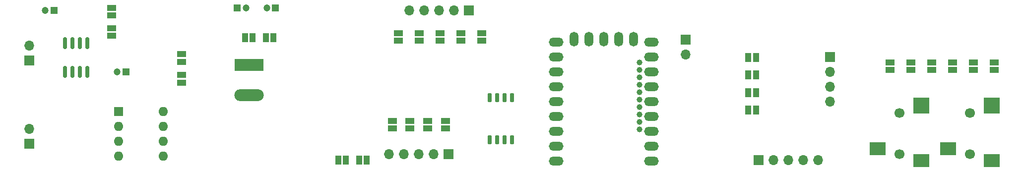
<source format=gbr>
%TF.GenerationSoftware,KiCad,Pcbnew,7.0.9*%
%TF.CreationDate,2023-12-16T00:38:21+01:00*%
%TF.ProjectId,gauge,67617567-652e-46b6-9963-61645f706362,rev?*%
%TF.SameCoordinates,Original*%
%TF.FileFunction,Soldermask,Top*%
%TF.FilePolarity,Negative*%
%FSLAX46Y46*%
G04 Gerber Fmt 4.6, Leading zero omitted, Abs format (unit mm)*
G04 Created by KiCad (PCBNEW 7.0.9) date 2023-12-16 00:38:21*
%MOMM*%
%LPD*%
G01*
G04 APERTURE LIST*
G04 Aperture macros list*
%AMRoundRect*
0 Rectangle with rounded corners*
0 $1 Rounding radius*
0 $2 $3 $4 $5 $6 $7 $8 $9 X,Y pos of 4 corners*
0 Add a 4 corners polygon primitive as box body*
4,1,4,$2,$3,$4,$5,$6,$7,$8,$9,$2,$3,0*
0 Add four circle primitives for the rounded corners*
1,1,$1+$1,$2,$3*
1,1,$1+$1,$4,$5*
1,1,$1+$1,$6,$7*
1,1,$1+$1,$8,$9*
0 Add four rect primitives between the rounded corners*
20,1,$1+$1,$2,$3,$4,$5,0*
20,1,$1+$1,$4,$5,$6,$7,0*
20,1,$1+$1,$6,$7,$8,$9,0*
20,1,$1+$1,$8,$9,$2,$3,0*%
G04 Aperture macros list end*
%ADD10R,1.500000X1.000000*%
%ADD11R,1.000000X1.500000*%
%ADD12C,1.700000*%
%ADD13R,2.800000X2.200000*%
%ADD14R,2.800000X2.800000*%
%ADD15R,1.200000X1.200000*%
%ADD16C,1.200000*%
%ADD17R,1.700000X1.700000*%
%ADD18O,1.700000X1.700000*%
%ADD19O,2.500000X1.500000*%
%ADD20O,1.500000X2.500000*%
%ADD21C,1.000000*%
%ADD22RoundRect,0.150000X0.150000X-0.650000X0.150000X0.650000X-0.150000X0.650000X-0.150000X-0.650000X0*%
%ADD23RoundRect,0.150000X-0.150000X0.825000X-0.150000X-0.825000X0.150000X-0.825000X0.150000X0.825000X0*%
%ADD24R,1.600000X1.600000*%
%ADD25O,1.600000X1.600000*%
%ADD26R,5.020000X2.020000*%
%ADD27O,5.020000X2.020000*%
G04 APERTURE END LIST*
D10*
%TO.C,JP25*%
X104000000Y-112150000D03*
X104000000Y-110850000D03*
%TD*%
%TO.C,JP19*%
X59000000Y-99450000D03*
X59000000Y-100750000D03*
%TD*%
D11*
%TO.C,JP15*%
X155700000Y-106000000D03*
X157000000Y-106000000D03*
%TD*%
D10*
%TO.C,JP13*%
X197650000Y-102150000D03*
X197650000Y-100850000D03*
%TD*%
%TO.C,JP22*%
X95000000Y-112150000D03*
X95000000Y-110850000D03*
%TD*%
%TO.C,JP11*%
X190550000Y-102150000D03*
X190550000Y-100850000D03*
%TD*%
%TO.C,JP3*%
X103100000Y-95850000D03*
X103100000Y-97150000D03*
%TD*%
D12*
%TO.C,J7*%
X181500000Y-116500000D03*
X181500000Y-109500000D03*
D13*
X177800000Y-115600000D03*
X185200000Y-117600000D03*
D14*
X185200000Y-108200000D03*
%TD*%
D10*
%TO.C,JP8*%
X179900000Y-102150000D03*
X179900000Y-100850000D03*
%TD*%
%TO.C,JP24*%
X101000000Y-112150000D03*
X101000000Y-110850000D03*
%TD*%
%TO.C,JP5*%
X96000000Y-95850000D03*
X96000000Y-97150000D03*
%TD*%
D15*
%TO.C,C1*%
X68500000Y-91500000D03*
D16*
X70000000Y-91500000D03*
%TD*%
D10*
%TO.C,JP10*%
X187000000Y-102150000D03*
X187000000Y-100850000D03*
%TD*%
%TO.C,JP2*%
X106650000Y-95850000D03*
X106650000Y-97150000D03*
%TD*%
D17*
%TO.C,J4*%
X145000000Y-96960000D03*
D18*
X145000000Y-99500000D03*
%TD*%
D10*
%TO.C,JP18*%
X59000000Y-103000000D03*
X59000000Y-104300000D03*
%TD*%
D15*
%TO.C,C3*%
X37222600Y-92000000D03*
D16*
X35722600Y-92000000D03*
%TD*%
D10*
%TO.C,JP20*%
X47000000Y-95000000D03*
X47000000Y-96300000D03*
%TD*%
%TO.C,JP9*%
X183450000Y-102150000D03*
X183450000Y-100850000D03*
%TD*%
D17*
%TO.C,J8*%
X33000000Y-114775000D03*
D18*
X33000000Y-112235000D03*
%TD*%
D10*
%TO.C,JP12*%
X194100000Y-102150000D03*
X194100000Y-100850000D03*
%TD*%
D19*
%TO.C,U1*%
X122880000Y-117660000D03*
X122880000Y-115120000D03*
X122880000Y-112580000D03*
X122880000Y-110040000D03*
X122880000Y-107500000D03*
X122880000Y-104960000D03*
X122880000Y-102420000D03*
X122880000Y-99880000D03*
X122880000Y-97340000D03*
D20*
X125920000Y-96840000D03*
X128460000Y-96840000D03*
X131000000Y-96840000D03*
X133540000Y-96840000D03*
X136080000Y-96840000D03*
D19*
X139120000Y-97340000D03*
X139120000Y-99880000D03*
X139120000Y-102420000D03*
X139120000Y-104960000D03*
X139120000Y-107500000D03*
X139120000Y-110040000D03*
X139120000Y-112580000D03*
X139120000Y-115120000D03*
X139120000Y-117660000D03*
D21*
X137096000Y-100826000D03*
X137096000Y-102096000D03*
X137096000Y-103366000D03*
X137096000Y-104636000D03*
X137096000Y-105906000D03*
X137096000Y-107176000D03*
X137096000Y-108446000D03*
X137096000Y-109716000D03*
X137096000Y-110986000D03*
X137096000Y-112256000D03*
%TD*%
D17*
%TO.C,J10*%
X104500000Y-116500000D03*
D18*
X101960000Y-116500000D03*
X99420000Y-116500000D03*
X96880000Y-116500000D03*
X94340000Y-116500000D03*
%TD*%
D11*
%TO.C,JP17*%
X155700000Y-100000000D03*
X157000000Y-100000000D03*
%TD*%
D12*
%TO.C,J5*%
X193500000Y-116500000D03*
X193500000Y-109500000D03*
D13*
X189800000Y-115600000D03*
X197200000Y-117600000D03*
D14*
X197200000Y-108200000D03*
%TD*%
D15*
%TO.C,C4*%
X49500000Y-102500000D03*
D16*
X48000000Y-102500000D03*
%TD*%
D11*
%TO.C,JP7*%
X74650000Y-96650000D03*
X73350000Y-96650000D03*
%TD*%
%TO.C,JP6*%
X71100000Y-96650000D03*
X69800000Y-96650000D03*
%TD*%
D15*
%TO.C,C2*%
X75000000Y-91500000D03*
D16*
X73500000Y-91500000D03*
%TD*%
D10*
%TO.C,JP4*%
X99550000Y-95850000D03*
X99550000Y-97150000D03*
%TD*%
D22*
%TO.C,U2*%
X111595000Y-114100000D03*
X112865000Y-114100000D03*
X114135000Y-114100000D03*
X115405000Y-114100000D03*
X115405000Y-106900000D03*
X114135000Y-106900000D03*
X112865000Y-106900000D03*
X111595000Y-106900000D03*
%TD*%
D17*
%TO.C,J2*%
X157460000Y-117500000D03*
D18*
X160000000Y-117500000D03*
X162540000Y-117500000D03*
X165080000Y-117500000D03*
X167620000Y-117500000D03*
%TD*%
D23*
%TO.C,OA2*%
X42905000Y-97525000D03*
X41635000Y-97525000D03*
X40365000Y-97525000D03*
X39095000Y-97525000D03*
X39095000Y-102475000D03*
X40365000Y-102475000D03*
X41635000Y-102475000D03*
X42905000Y-102475000D03*
%TD*%
D11*
%TO.C,JP26*%
X87000000Y-117500000D03*
X85700000Y-117500000D03*
%TD*%
D24*
%TO.C,OA1*%
X48200000Y-109200000D03*
D25*
X48200000Y-111740000D03*
X48200000Y-114280000D03*
X48200000Y-116820000D03*
X55820000Y-116820000D03*
X55820000Y-114280000D03*
X55820000Y-111740000D03*
X55820000Y-109200000D03*
%TD*%
D10*
%TO.C,JP21*%
X47000000Y-91500000D03*
X47000000Y-92800000D03*
%TD*%
D17*
%TO.C,J1*%
X108000000Y-92000000D03*
D18*
X105460000Y-92000000D03*
X102920000Y-92000000D03*
X100380000Y-92000000D03*
X97840000Y-92000000D03*
%TD*%
D11*
%TO.C,JP14*%
X155700000Y-109000000D03*
X157000000Y-109000000D03*
%TD*%
D10*
%TO.C,JP1*%
X110200000Y-95850000D03*
X110200000Y-97150000D03*
%TD*%
D26*
%TO.C,J6*%
X70500000Y-101290000D03*
D27*
X70500000Y-106470000D03*
%TD*%
D11*
%TO.C,JP27*%
X90550000Y-117500000D03*
X89250000Y-117500000D03*
%TD*%
D17*
%TO.C,J9*%
X33000000Y-100540000D03*
D18*
X33000000Y-98000000D03*
%TD*%
D10*
%TO.C,JP23*%
X97925000Y-112150000D03*
X97925000Y-110850000D03*
%TD*%
D11*
%TO.C,JP16*%
X155700000Y-103000000D03*
X157000000Y-103000000D03*
%TD*%
D17*
%TO.C,J3*%
X169650000Y-99900000D03*
D18*
X169650000Y-102440000D03*
X169650000Y-104980000D03*
X169650000Y-107520000D03*
%TD*%
M02*

</source>
